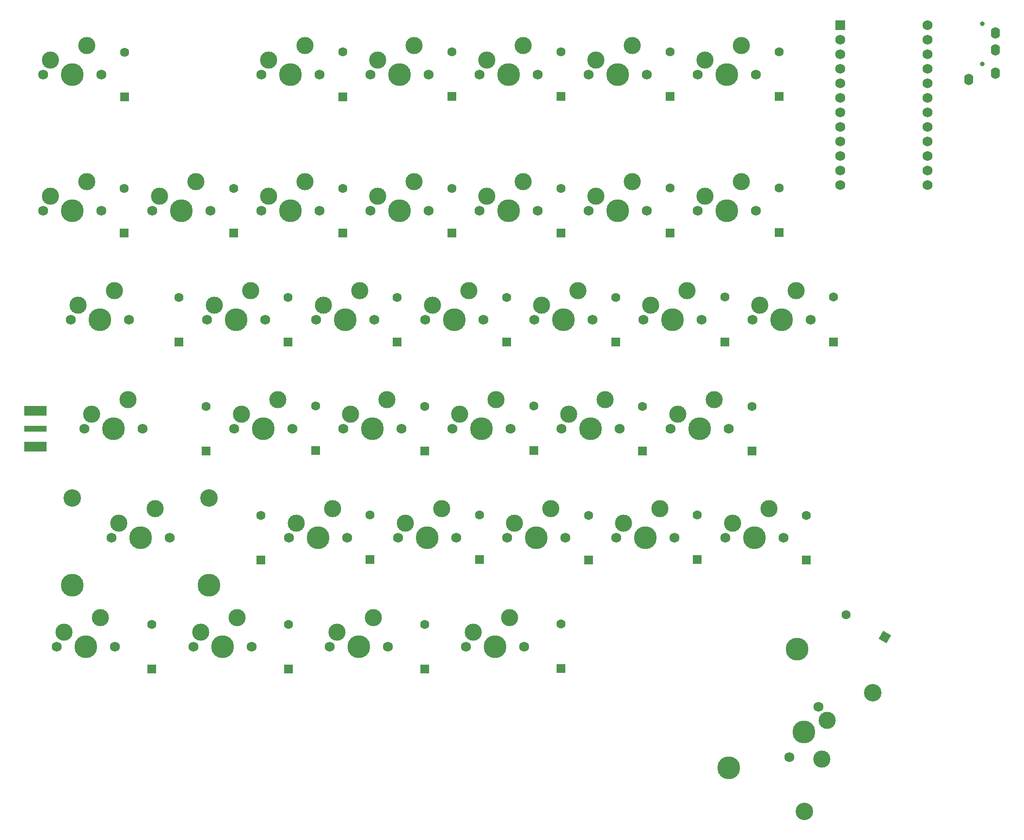
<source format=gbr>
G04 #@! TF.GenerationSoftware,KiCad,Pcbnew,7.0.9*
G04 #@! TF.CreationDate,2023-12-20T02:37:33-06:00*
G04 #@! TF.ProjectId,keyboard,6b657962-6f61-4726-942e-6b696361645f,rev?*
G04 #@! TF.SameCoordinates,Original*
G04 #@! TF.FileFunction,Soldermask,Top*
G04 #@! TF.FilePolarity,Negative*
%FSLAX46Y46*%
G04 Gerber Fmt 4.6, Leading zero omitted, Abs format (unit mm)*
G04 Created by KiCad (PCBNEW 7.0.9) date 2023-12-20 02:37:33*
%MOMM*%
%LPD*%
G01*
G04 APERTURE LIST*
G04 Aperture macros list*
%AMRotRect*
0 Rectangle, with rotation*
0 The origin of the aperture is its center*
0 $1 length*
0 $2 width*
0 $3 Rotation angle, in degrees counterclockwise*
0 Add horizontal line*
21,1,$1,$2,0,0,$3*%
G04 Aperture macros list end*
%ADD10C,1.750000*%
%ADD11C,3.000000*%
%ADD12C,3.987800*%
%ADD13C,3.048000*%
%ADD14C,0.800000*%
%ADD15O,1.600000X2.000000*%
%ADD16R,1.752600X1.752600*%
%ADD17C,1.752600*%
%ADD18R,3.911600X1.752600*%
%ADD19R,3.911600X1.092200*%
%ADD20R,1.600000X1.600000*%
%ADD21C,1.600000*%
%ADD22RotRect,1.600000X1.600000X150.000000*%
G04 APERTURE END LIST*
D10*
X114939571Y-123700000D03*
D11*
X116209571Y-121160000D03*
D12*
X120019571Y-123700000D03*
D11*
X122559571Y-118620000D03*
D10*
X125099571Y-123700000D03*
X176852071Y-85600000D03*
D11*
X178122071Y-83060000D03*
D12*
X181932071Y-85600000D03*
D11*
X184472071Y-80520000D03*
D10*
X187012071Y-85600000D03*
X143514571Y-104650000D03*
D11*
X144784571Y-102110000D03*
D12*
X148594571Y-104650000D03*
D11*
X151134571Y-99570000D03*
D10*
X153674571Y-104650000D03*
X60170821Y-104650000D03*
D11*
X61440821Y-102110000D03*
D12*
X65250821Y-104650000D03*
D11*
X67790821Y-99570000D03*
D10*
X70330821Y-104650000D03*
X167327071Y-42737500D03*
D11*
X168597071Y-40197500D03*
D12*
X172407071Y-42737500D03*
D11*
X174947071Y-37657500D03*
D10*
X177487071Y-42737500D03*
X53027071Y-42737500D03*
D11*
X54297071Y-40197500D03*
D12*
X58107071Y-42737500D03*
D11*
X60647071Y-37657500D03*
D10*
X63187071Y-42737500D03*
X172089571Y-123700000D03*
D11*
X173359571Y-121160000D03*
D12*
X177169571Y-123700000D03*
D11*
X179709571Y-118620000D03*
D10*
X182249571Y-123700000D03*
X119702071Y-85600000D03*
D11*
X120972071Y-83060000D03*
D12*
X124782071Y-85600000D03*
D11*
X127322071Y-80520000D03*
D10*
X129862071Y-85600000D03*
X157802071Y-85600000D03*
D11*
X159072071Y-83060000D03*
D12*
X162882071Y-85600000D03*
D11*
X165422071Y-80520000D03*
D10*
X167962071Y-85600000D03*
D13*
X197830147Y-150815000D03*
D12*
X184631920Y-143195000D03*
D10*
X188351960Y-153261702D03*
D11*
X189916665Y-155631554D03*
D12*
X185811960Y-157661111D03*
D11*
X188941369Y-162400816D03*
D10*
X183271960Y-162060520D03*
D13*
X185892147Y-171492222D03*
D12*
X172693920Y-163872222D03*
D10*
X57789571Y-85600000D03*
D11*
X59059571Y-83060000D03*
D12*
X62869571Y-85600000D03*
D11*
X65409571Y-80520000D03*
D10*
X67949571Y-85600000D03*
X124464571Y-104650000D03*
D11*
X125734571Y-102110000D03*
D12*
X129544571Y-104650000D03*
D11*
X132084571Y-99570000D03*
D10*
X134624571Y-104650000D03*
X91127071Y-66550000D03*
D11*
X92397071Y-64010000D03*
D12*
X96207071Y-66550000D03*
D11*
X98747071Y-61470000D03*
D10*
X101287071Y-66550000D03*
D14*
X216970000Y-33850000D03*
X216970000Y-40850000D03*
D15*
X214670000Y-43550000D03*
X219270000Y-42450000D03*
X219270000Y-38450000D03*
X219270000Y-35450000D03*
D10*
X167327071Y-66550000D03*
D11*
X168597071Y-64010000D03*
D12*
X172407071Y-66550000D03*
D11*
X174947071Y-61470000D03*
D10*
X177487071Y-66550000D03*
X148277071Y-42737500D03*
D11*
X149547071Y-40197500D03*
D12*
X153357071Y-42737500D03*
D11*
X155897071Y-37657500D03*
D10*
X158437071Y-42737500D03*
X162564571Y-104650000D03*
D11*
X163834571Y-102110000D03*
D12*
X167644571Y-104650000D03*
D11*
X170184571Y-99570000D03*
D10*
X172724571Y-104650000D03*
X91127071Y-42737500D03*
D11*
X92397071Y-40197500D03*
D12*
X96207071Y-42737500D03*
D11*
X98747071Y-37657500D03*
D10*
X101287071Y-42737500D03*
X105414571Y-104650000D03*
D11*
X106684571Y-102110000D03*
D12*
X110494571Y-104650000D03*
D11*
X113034571Y-99570000D03*
D10*
X115574571Y-104650000D03*
D13*
X58075321Y-116715000D03*
D12*
X58075321Y-131955000D03*
D10*
X64933321Y-123700000D03*
D11*
X66203321Y-121160000D03*
D12*
X70013321Y-123700000D03*
D11*
X72553321Y-118620000D03*
D10*
X75093321Y-123700000D03*
D13*
X81951321Y-116715000D03*
D12*
X81951321Y-131955000D03*
D10*
X138752071Y-85600000D03*
D11*
X140022071Y-83060000D03*
D12*
X143832071Y-85600000D03*
D11*
X146372071Y-80520000D03*
D10*
X148912071Y-85600000D03*
X103033321Y-142750000D03*
D11*
X104303321Y-140210000D03*
D12*
X108113321Y-142750000D03*
D11*
X110653321Y-137670000D03*
D10*
X113193321Y-142750000D03*
D16*
X192220000Y-34080000D03*
D17*
X192220000Y-36620000D03*
X192220000Y-39160000D03*
X192220000Y-41700000D03*
X192220000Y-44240000D03*
X192220000Y-46780000D03*
X192220000Y-49320000D03*
X192220000Y-51860000D03*
X192220000Y-54400000D03*
X192220000Y-56940000D03*
X192220000Y-59480000D03*
X192220000Y-62020000D03*
X207460000Y-62020000D03*
X207460000Y-59480000D03*
X207460000Y-56940000D03*
X207460000Y-54400000D03*
X207460000Y-51860000D03*
X207460000Y-49320000D03*
X207460000Y-46780000D03*
X207460000Y-44240000D03*
X207460000Y-41700000D03*
X207460000Y-39160000D03*
X207460000Y-36620000D03*
X207460000Y-34080000D03*
D10*
X129227071Y-42737500D03*
D11*
X130497071Y-40197500D03*
D12*
X134307071Y-42737500D03*
D11*
X136847071Y-37657500D03*
D10*
X139387071Y-42737500D03*
X86364571Y-104650000D03*
D11*
X87634571Y-102110000D03*
D12*
X91444571Y-104650000D03*
D11*
X93984571Y-99570000D03*
D10*
X96524571Y-104650000D03*
X100652071Y-85600000D03*
D11*
X101922071Y-83060000D03*
D12*
X105732071Y-85600000D03*
D11*
X108272071Y-80520000D03*
D10*
X110812071Y-85600000D03*
X133989571Y-123700000D03*
D11*
X135259571Y-121160000D03*
D12*
X139069571Y-123700000D03*
D11*
X141609571Y-118620000D03*
D10*
X144149571Y-123700000D03*
X53027071Y-66550000D03*
D11*
X54297071Y-64010000D03*
D12*
X58107071Y-66550000D03*
D11*
X60647071Y-61470000D03*
D10*
X63187071Y-66550000D03*
X129227071Y-66550000D03*
D11*
X130497071Y-64010000D03*
D12*
X134307071Y-66550000D03*
D11*
X136847071Y-61470000D03*
D10*
X139387071Y-66550000D03*
X79220821Y-142750000D03*
D11*
X80490821Y-140210000D03*
D12*
X84300821Y-142750000D03*
D11*
X86840821Y-137670000D03*
D10*
X89380821Y-142750000D03*
X81602071Y-85600000D03*
D11*
X82872071Y-83060000D03*
D12*
X86682071Y-85600000D03*
D11*
X89222071Y-80520000D03*
D10*
X91762071Y-85600000D03*
X126845821Y-142750000D03*
D11*
X128115821Y-140210000D03*
D12*
X131925821Y-142750000D03*
D11*
X134465821Y-137670000D03*
D10*
X137005821Y-142750000D03*
X153039571Y-123700000D03*
D11*
X154309571Y-121160000D03*
D12*
X158119571Y-123700000D03*
D11*
X160659571Y-118620000D03*
D10*
X163199571Y-123700000D03*
X55408321Y-142750000D03*
D11*
X56678321Y-140210000D03*
D12*
X60488321Y-142750000D03*
D11*
X63028321Y-137670000D03*
D10*
X65568321Y-142750000D03*
X148277071Y-66550000D03*
D11*
X149547071Y-64010000D03*
D12*
X153357071Y-66550000D03*
D11*
X155897071Y-61470000D03*
D10*
X158437071Y-66550000D03*
X95889571Y-123700000D03*
D11*
X97159571Y-121160000D03*
D12*
X100969571Y-123700000D03*
D11*
X103509571Y-118620000D03*
D10*
X106049571Y-123700000D03*
X110177071Y-42737500D03*
D11*
X111447071Y-40197500D03*
D12*
X115257071Y-42737500D03*
D11*
X117797071Y-37657500D03*
D10*
X120337071Y-42737500D03*
X110177071Y-66550000D03*
D11*
X111447071Y-64010000D03*
D12*
X115257071Y-66550000D03*
D11*
X117797071Y-61470000D03*
D10*
X120337071Y-66550000D03*
X72077071Y-66550000D03*
D11*
X73347071Y-64010000D03*
D12*
X77157071Y-66550000D03*
D11*
X79697071Y-61470000D03*
D10*
X82237071Y-66550000D03*
D18*
X51680000Y-107783600D03*
X51680000Y-101535200D03*
D19*
X51680000Y-104659400D03*
D20*
X157687500Y-108500000D03*
D21*
X157687500Y-100700000D03*
D20*
X162490000Y-46520000D03*
D21*
X162490000Y-38720000D03*
D20*
X105320000Y-70429998D03*
D21*
X105320000Y-62629998D03*
D20*
X95805000Y-146600000D03*
D21*
X95805000Y-138800000D03*
D20*
X91017500Y-127565000D03*
D21*
X91017500Y-119765000D03*
D20*
X143440000Y-46550000D03*
D21*
X143440000Y-38750000D03*
D20*
X81477500Y-108495000D03*
D21*
X81477500Y-100695000D03*
D20*
X181550000Y-70370000D03*
D21*
X181550000Y-62570000D03*
D20*
X110030000Y-127530000D03*
D21*
X110030000Y-119730000D03*
D20*
X143410000Y-146570000D03*
D21*
X143410000Y-138770000D03*
D20*
X67230000Y-46650000D03*
D21*
X67230000Y-38850000D03*
D20*
X67177500Y-70452500D03*
D21*
X67177500Y-62652500D03*
D20*
X129170000Y-127530000D03*
D21*
X129170000Y-119730000D03*
D20*
X191040000Y-89440000D03*
D21*
X191040000Y-81640000D03*
D20*
X119625000Y-108520000D03*
D21*
X119625000Y-100720000D03*
D20*
X119602500Y-146625000D03*
D21*
X119602500Y-138825000D03*
D20*
X100560000Y-108480000D03*
D21*
X100560000Y-100680000D03*
D20*
X124360000Y-46580000D03*
D21*
X124360000Y-38780000D03*
D20*
X133900000Y-89510000D03*
D21*
X133900000Y-81710000D03*
D22*
X199967499Y-141070000D03*
D21*
X193212501Y-137170000D03*
D20*
X162480000Y-70390000D03*
D21*
X162480000Y-62590000D03*
D20*
X172010000Y-89440000D03*
D21*
X172010000Y-81640000D03*
D20*
X105300000Y-46600000D03*
D21*
X105300000Y-38800000D03*
D20*
X95770000Y-89500000D03*
D21*
X95770000Y-81700000D03*
D20*
X148215000Y-127565000D03*
D21*
X148215000Y-119765000D03*
D20*
X71960000Y-146640000D03*
D21*
X71960000Y-138840000D03*
D20*
X138642500Y-108465000D03*
D21*
X138642500Y-100665000D03*
D20*
X76735000Y-89500000D03*
D21*
X76735000Y-81700000D03*
D20*
X176750000Y-108500000D03*
D21*
X176750000Y-100700000D03*
D20*
X167242500Y-127530000D03*
D21*
X167242500Y-119730000D03*
D20*
X124380000Y-70430000D03*
D21*
X124380000Y-62630000D03*
D20*
X114830000Y-89500000D03*
D21*
X114830000Y-81700000D03*
D20*
X152972500Y-89465000D03*
D21*
X152972500Y-81665000D03*
D20*
X143450000Y-70410000D03*
D21*
X143450000Y-62610000D03*
D20*
X181510000Y-46520000D03*
D21*
X181510000Y-38720000D03*
D20*
X186270000Y-127550000D03*
D21*
X186270000Y-119750000D03*
D20*
X86260000Y-70430000D03*
D21*
X86260000Y-62630000D03*
M02*

</source>
